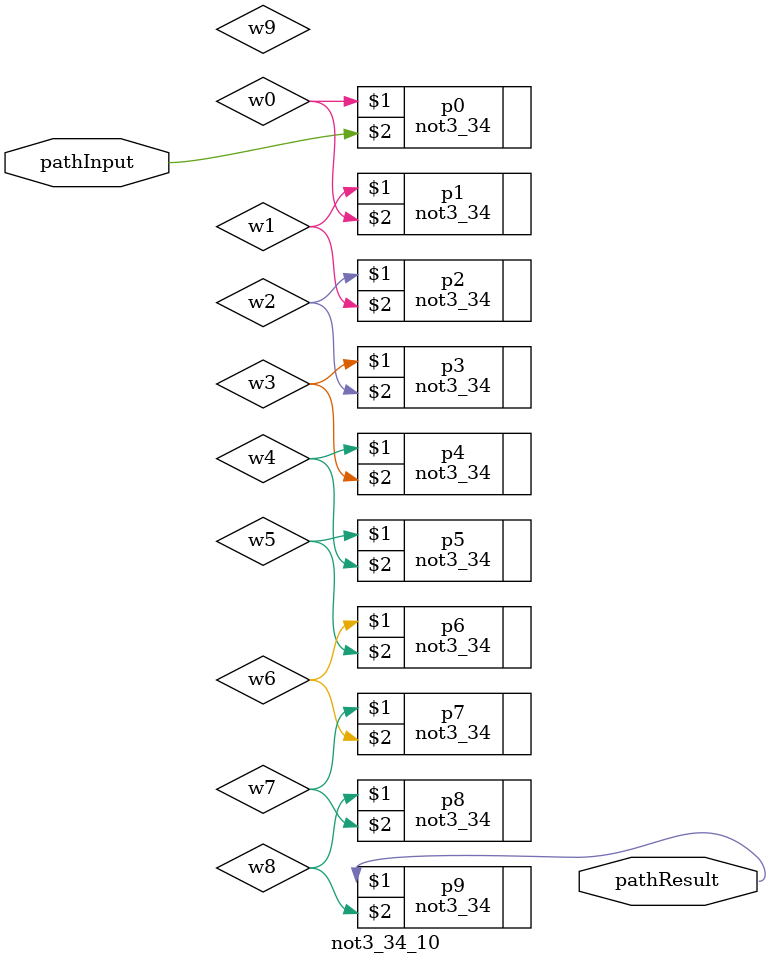
<source format=v>
module not3_34_10(pathResult, pathInput);
input pathInput;
output pathResult;

(* keep = 1 *) wire w0, w1, w2, w3, w4, w5, w6, w7, w8, w9;

not3_34 p0(w0, pathInput);
not3_34 p1(w1, w0);
not3_34 p2(w2, w1);
not3_34 p3(w3, w2);
not3_34 p4(w4, w3);
not3_34 p5(w5, w4);
not3_34 p6(w6, w5);
not3_34 p7(w7, w6);
not3_34 p8(w8, w7);
not3_34 p9(pathResult, w8);

endmodule

</source>
